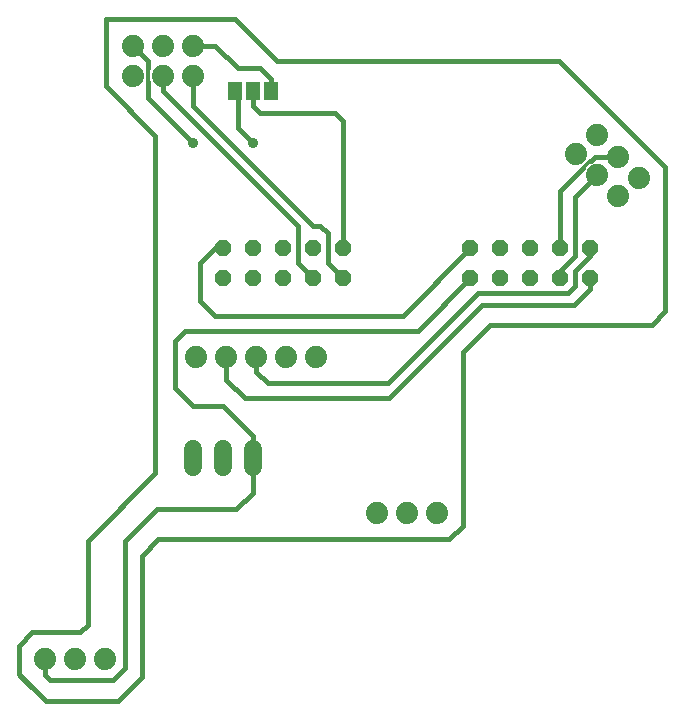
<source format=gtl>
G75*
%MOIN*%
%OFA0B0*%
%FSLAX24Y24*%
%IPPOS*%
%LPD*%
%AMOC8*
5,1,8,0,0,1.08239X$1,22.5*
%
%ADD10C,0.0160*%
%ADD11C,0.0740*%
%ADD12OC8,0.0560*%
%ADD13C,0.0600*%
%ADD14R,0.0460X0.0630*%
%ADD15C,0.0120*%
%ADD16C,0.0356*%
D10*
X000980Y000280D02*
X000230Y001030D01*
X000180Y001080D02*
X000180Y002030D01*
X000630Y002480D01*
X002230Y002480D01*
X002480Y002730D01*
X002480Y005530D01*
X004730Y007780D01*
X004730Y019030D01*
X003080Y020680D01*
X003080Y022930D01*
X007380Y022930D01*
X008780Y021530D01*
X018180Y021530D01*
X021730Y017980D01*
X021730Y013180D01*
X021280Y012730D01*
X015880Y012730D01*
X014980Y011830D01*
X014980Y006030D01*
X014530Y005580D01*
X004830Y005580D01*
X004280Y005030D01*
X004280Y000980D01*
X003480Y000180D01*
X001080Y000180D01*
X000180Y001080D01*
X001043Y001068D02*
X001230Y000880D01*
X003330Y000880D01*
X003730Y001280D01*
X003730Y005540D01*
X004780Y006590D01*
X007430Y006590D01*
X007980Y007140D01*
X007980Y008280D01*
X007980Y009030D01*
X006980Y010030D01*
X005980Y010030D01*
X005380Y010630D01*
X005380Y012180D01*
X005730Y012530D01*
X013480Y012530D01*
X015230Y014280D01*
X015480Y013780D02*
X018480Y013780D01*
X018730Y014030D01*
X018730Y014530D01*
X019230Y015030D01*
X019230Y015280D01*
X018730Y015030D02*
X018730Y016991D01*
X019462Y017723D01*
X019000Y017960D02*
X018990Y017960D01*
X018220Y017190D01*
X018220Y015290D01*
X018230Y015280D01*
X018730Y015030D02*
X018230Y014530D01*
X018230Y014280D01*
X019230Y014280D02*
X019230Y013930D01*
X018680Y013380D01*
X015630Y013380D01*
X012530Y010280D01*
X007730Y010280D01*
X007105Y010905D01*
X007105Y011655D01*
X008105Y011655D02*
X008105Y011155D01*
X008480Y010780D01*
X012480Y010780D01*
X015480Y013780D01*
X015230Y015280D02*
X012980Y013030D01*
X006730Y013030D01*
X006230Y013530D01*
X006230Y014780D01*
X006730Y015280D01*
X006980Y015280D01*
X009480Y014780D02*
X009980Y014280D01*
X009480Y014780D02*
X009480Y016030D01*
X004980Y020530D01*
X004980Y021030D01*
X004480Y020830D02*
X004480Y020280D01*
X005980Y018780D01*
X005980Y020030D02*
X009980Y016030D01*
X010230Y016030D01*
X010480Y015780D01*
X010480Y014780D01*
X010980Y014280D01*
X010980Y015280D02*
X010980Y019530D01*
X010730Y019780D01*
X008230Y019780D01*
X007980Y020030D01*
X007980Y020530D01*
X007480Y020530D02*
X007380Y020530D01*
X007480Y020430D01*
X007480Y019280D01*
X007980Y018780D01*
X008580Y020530D02*
X008580Y020930D01*
X008230Y021280D01*
X007480Y021280D01*
X006730Y022030D01*
X005980Y022030D01*
X005980Y021030D02*
X005980Y020030D01*
X004480Y021280D02*
X004480Y021530D01*
X003980Y022030D01*
X019250Y018200D02*
X019387Y018337D01*
X020148Y018337D01*
X001043Y001593D02*
X001043Y001068D01*
D11*
X001043Y001593D03*
X002043Y001593D03*
X003043Y001593D03*
X012130Y006455D03*
X013130Y006455D03*
X014130Y006455D03*
X010105Y011655D03*
X009105Y011655D03*
X008105Y011655D03*
X007105Y011655D03*
X006105Y011655D03*
X005980Y021030D03*
X004980Y021030D03*
X003980Y021030D03*
X003980Y022030D03*
X004980Y022030D03*
X005980Y022030D03*
X018755Y018430D03*
X019441Y019044D03*
X020148Y018337D03*
X019462Y017723D03*
X020169Y017016D03*
X020855Y017630D03*
D12*
X019230Y015280D03*
X018230Y015280D03*
X017230Y015280D03*
X016230Y015280D03*
X015230Y015280D03*
X015230Y014280D03*
X016230Y014280D03*
X017230Y014280D03*
X018230Y014280D03*
X019230Y014280D03*
X010980Y014280D03*
X009980Y014280D03*
X008980Y014280D03*
X007980Y014280D03*
X006980Y014280D03*
X006980Y015280D03*
X007980Y015280D03*
X008980Y015280D03*
X009980Y015280D03*
X010980Y015280D03*
D13*
X007980Y008580D02*
X007980Y007980D01*
X006980Y007980D02*
X006980Y008580D01*
X005980Y008580D02*
X005980Y007980D01*
D14*
X007380Y020530D03*
X007980Y020530D03*
X008580Y020530D03*
D15*
X004480Y020830D02*
X004480Y021280D01*
X019000Y017960D02*
X019240Y018200D01*
X019250Y018200D01*
D16*
X007980Y018780D03*
X005980Y018780D03*
M02*

</source>
